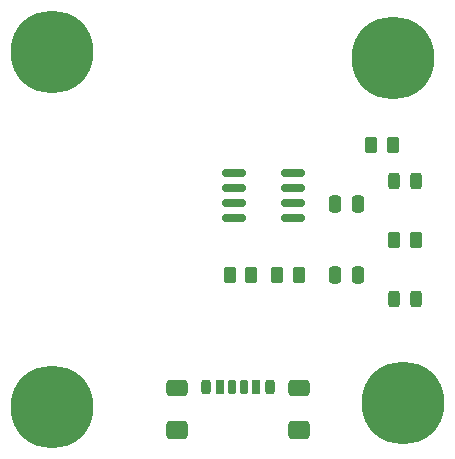
<source format=gbr>
%TF.GenerationSoftware,KiCad,Pcbnew,8.0.8*%
%TF.CreationDate,2025-03-19T14:50:45+02:00*%
%TF.ProjectId,Pcb_intro_timer,5063625f-696e-4747-926f-5f74696d6572,rev?*%
%TF.SameCoordinates,Original*%
%TF.FileFunction,Soldermask,Top*%
%TF.FilePolarity,Negative*%
%FSLAX46Y46*%
G04 Gerber Fmt 4.6, Leading zero omitted, Abs format (unit mm)*
G04 Created by KiCad (PCBNEW 8.0.8) date 2025-03-19 14:50:45*
%MOMM*%
%LPD*%
G01*
G04 APERTURE LIST*
G04 Aperture macros list*
%AMRoundRect*
0 Rectangle with rounded corners*
0 $1 Rounding radius*
0 $2 $3 $4 $5 $6 $7 $8 $9 X,Y pos of 4 corners*
0 Add a 4 corners polygon primitive as box body*
4,1,4,$2,$3,$4,$5,$6,$7,$8,$9,$2,$3,0*
0 Add four circle primitives for the rounded corners*
1,1,$1+$1,$2,$3*
1,1,$1+$1,$4,$5*
1,1,$1+$1,$6,$7*
1,1,$1+$1,$8,$9*
0 Add four rect primitives between the rounded corners*
20,1,$1+$1,$2,$3,$4,$5,0*
20,1,$1+$1,$4,$5,$6,$7,0*
20,1,$1+$1,$6,$7,$8,$9,0*
20,1,$1+$1,$8,$9,$2,$3,0*%
G04 Aperture macros list end*
%ADD10RoundRect,0.250000X-0.262500X-0.450000X0.262500X-0.450000X0.262500X0.450000X-0.262500X0.450000X0*%
%ADD11RoundRect,0.243750X-0.243750X-0.456250X0.243750X-0.456250X0.243750X0.456250X-0.243750X0.456250X0*%
%ADD12C,0.800000*%
%ADD13C,7.000000*%
%ADD14RoundRect,0.250000X-0.250000X-0.475000X0.250000X-0.475000X0.250000X0.475000X-0.250000X0.475000X0*%
%ADD15RoundRect,0.150000X-0.825000X-0.150000X0.825000X-0.150000X0.825000X0.150000X-0.825000X0.150000X0*%
%ADD16RoundRect,0.175000X-0.175000X-0.425000X0.175000X-0.425000X0.175000X0.425000X-0.175000X0.425000X0*%
%ADD17RoundRect,0.190000X0.190000X0.410000X-0.190000X0.410000X-0.190000X-0.410000X0.190000X-0.410000X0*%
%ADD18RoundRect,0.200000X0.200000X0.400000X-0.200000X0.400000X-0.200000X-0.400000X0.200000X-0.400000X0*%
%ADD19RoundRect,0.175000X0.175000X0.425000X-0.175000X0.425000X-0.175000X-0.425000X0.175000X-0.425000X0*%
%ADD20RoundRect,0.190000X-0.190000X-0.410000X0.190000X-0.410000X0.190000X0.410000X-0.190000X0.410000X0*%
%ADD21RoundRect,0.200000X-0.200000X-0.400000X0.200000X-0.400000X0.200000X0.400000X-0.200000X0.400000X0*%
%ADD22RoundRect,0.250000X-0.650000X-0.425000X0.650000X-0.425000X0.650000X0.425000X-0.650000X0.425000X0*%
%ADD23RoundRect,0.250000X-0.650000X-0.500000X0.650000X-0.500000X0.650000X0.500000X-0.650000X0.500000X0*%
%ADD24RoundRect,0.250000X0.262500X0.450000X-0.262500X0.450000X-0.262500X-0.450000X0.262500X-0.450000X0*%
G04 APERTURE END LIST*
D10*
%TO.C,R3*%
X157175000Y-94000000D03*
X159000000Y-94000000D03*
%TD*%
D11*
%TO.C,HL2*%
X171062500Y-96000000D03*
X172937500Y-96000000D03*
%TD*%
D10*
%TO.C,R1*%
X169175000Y-83000000D03*
X171000000Y-83000000D03*
%TD*%
D12*
%TO.C,H1*%
X168375000Y-75625000D03*
X169143845Y-73768845D03*
X169143845Y-77481155D03*
X171000000Y-73000000D03*
D13*
X171000000Y-75625000D03*
D12*
X171000000Y-78250000D03*
X172856155Y-73768845D03*
X172856155Y-77481155D03*
X173625000Y-75625000D03*
%TD*%
D14*
%TO.C,C1*%
X166100000Y-94000000D03*
X168000000Y-94000000D03*
%TD*%
D12*
%TO.C,H3*%
X139518845Y-105143845D03*
X140287690Y-103287690D03*
X140287690Y-107000000D03*
X142143845Y-102518845D03*
D13*
X142143845Y-105143845D03*
D12*
X142143845Y-107768845D03*
X144000000Y-103287690D03*
X144000000Y-107000000D03*
X144768845Y-105143845D03*
%TD*%
D15*
%TO.C,U1*%
X157567500Y-85350000D03*
X157567500Y-86620000D03*
X157567500Y-87890000D03*
X157567500Y-89160000D03*
X162517500Y-89160000D03*
X162517500Y-87890000D03*
X162517500Y-86620000D03*
X162517500Y-85350000D03*
%TD*%
D12*
%TO.C,H4*%
X169231155Y-104856155D03*
X170000000Y-103000000D03*
X170000000Y-106712310D03*
X171856155Y-102231155D03*
D13*
X171856155Y-104856155D03*
D12*
X171856155Y-107481155D03*
X173712310Y-103000000D03*
X173712310Y-106712310D03*
X174481155Y-104856155D03*
%TD*%
D14*
%TO.C,C2*%
X166100000Y-88000000D03*
X168000000Y-88000000D03*
%TD*%
D16*
%TO.C,J1*%
X157375000Y-103467500D03*
D17*
X159395000Y-103467500D03*
D18*
X160625000Y-103467500D03*
D19*
X158375000Y-103467500D03*
D20*
X156355000Y-103467500D03*
D21*
X155125000Y-103467500D03*
D22*
X152750000Y-103522500D03*
D23*
X152750000Y-107102500D03*
D22*
X163000000Y-103522500D03*
D23*
X163000000Y-107102500D03*
%TD*%
D10*
%TO.C,R4*%
X161175000Y-94000000D03*
X163000000Y-94000000D03*
%TD*%
D24*
%TO.C,R2*%
X172912500Y-91000000D03*
X171087500Y-91000000D03*
%TD*%
D12*
%TO.C,H2*%
X139518845Y-75143845D03*
X140287690Y-73287690D03*
X140287690Y-77000000D03*
X142143845Y-72518845D03*
D13*
X142143845Y-75143845D03*
D12*
X142143845Y-77768845D03*
X144000000Y-73287690D03*
X144000000Y-77000000D03*
X144768845Y-75143845D03*
%TD*%
D11*
%TO.C,HL1*%
X171062500Y-86000000D03*
X172937500Y-86000000D03*
%TD*%
M02*

</source>
